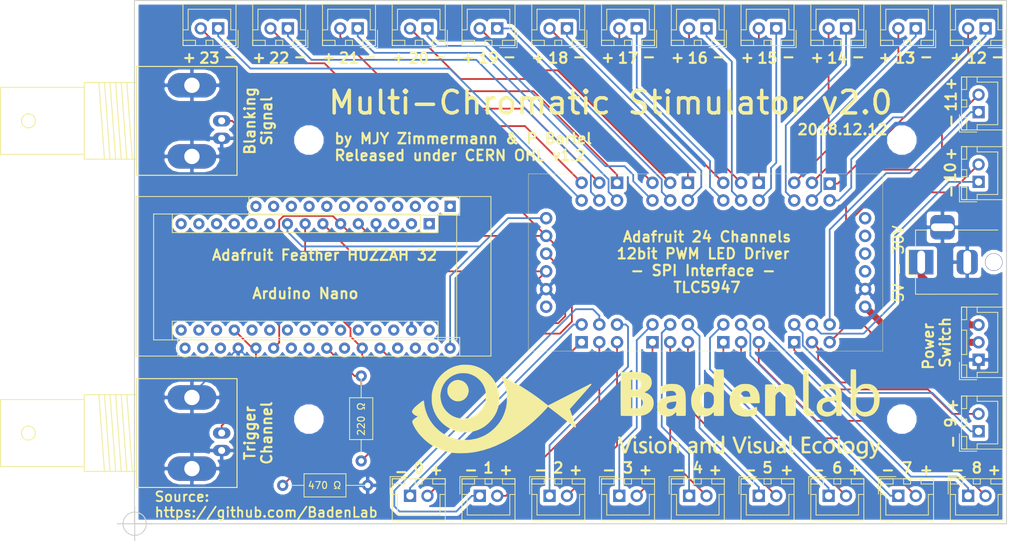
<source format=kicad_pcb>
(kicad_pcb (version 20171130) (host pcbnew "(5.0.0)")
  (layers (0 F.Cu signal) (31 B.Cu signal hide) (34 B.Paste user) (35 F.Paste user) (36 B.SilkS user) (37 F.SilkS user) (38 B.Mask user) (39 F.Mask user) (44 Edge.Cuts user))
  (net 0 "")
  (net 1 "Net-(A1-Pad17)")
  (net 2 "Net-(A1-Pad19)")
  (net 3 GNDREF)
  (net 4 "Net-(A1-Pad21)")
  (net 5 "Net-(A1-Pad22)")
  (net 6 "Net-(A1-Pad23)")
  (net 7 "Net-(A1-Pad24)")
  (net 8 "Net-(A1-Pad25)")
  (net 9 "Net-(A1-Pad26)")
  (net 10 "Net-(A1-Pad27)")
  (net 11 "Net-(A1-Pad28)")
  (net 12 "Net-(A1-Pad30)")
  (net 13 "Net-(A1-Pad16)")
  (net 14 "Net-(J1-Pad1)")
  (net 15 "Net-(J2-Pad1)")
  (net 16 "Net-(J3-Pad1)")
  (net 17 "Net-(J4-Pad1)")
  (net 18 "Net-(J5-Pad1)")
  (net 19 "Net-(J6-Pad1)")
  (net 20 "Net-(J7-Pad1)")
  (net 21 "Net-(J8-Pad1)")
  (net 22 "Net-(J9-Pad1)")
  (net 23 "Net-(J10-Pad1)")
  (net 24 "Net-(J11-Pad1)")
  (net 25 "Net-(J12-Pad1)")
  (net 26 "Net-(J13-Pad1)")
  (net 27 "Net-(J14-Pad1)")
  (net 28 "Net-(J15-Pad1)")
  (net 29 "Net-(J16-Pad1)")
  (net 30 "Net-(J17-Pad1)")
  (net 31 "Net-(J18-Pad1)")
  (net 32 "Net-(J19-Pad1)")
  (net 33 "Net-(J20-Pad1)")
  (net 34 "Net-(J21-Pad1)")
  (net 35 "Net-(J22-Pad1)")
  (net 36 "Net-(J23-Pad1)")
  (net 37 "Net-(J24-Pad1)")
  (net 38 "Net-(J25-Pad1)")
  (module Maxime:JST_XH_B02B-XH-A_02x2.50mm_Straight (layer F.Cu) (at 72 49 180)
    (fp_text reference "" (at -3.81 3.048 270) (layer F.SilkS))
    (fp_text value "" (at 2.772 -3.471 180) (layer F.SilkS))
    (pad 2 thru_hole circle (at 2.5 0 180) (size 1.75 1.75) (drill 1.05) (layers *.Cu *.Mask) (net 38 "Net-(J25-Pad1)"))
    (pad 1 thru_hole rect (at 0 0 180) (size 1.75 1.75) (drill 1.05) (layers *.Cu *.Mask) (net 37 "Net-(J24-Pad1)"))
  )
  (module Maxime:JST_XH_B02B-XH-A_02x2.50mm_Straight (layer F.Cu) (at 82 49 180)
    (fp_text reference "" (at -3.81 3.048 270) (layer F.SilkS))
    (fp_text value "" (at 2.772 -3.471 180) (layer F.SilkS))
    (pad 2 thru_hole circle (at 2.5 0 180) (size 1.75 1.75) (drill 1.05) (layers *.Cu *.Mask) (net 38 "Net-(J25-Pad1)"))
    (pad 1 thru_hole rect (at 0 0 180) (size 1.75 1.75) (drill 1.05) (layers *.Cu *.Mask) (net 36 "Net-(J23-Pad1)"))
  )
  (module Maxime:JST_XH_B02B-XH-A_02x2.50mm_Straight (layer F.Cu) (at 92 49 180)
    (fp_text reference "" (at -3.81 3.048 270) (layer F.SilkS))
    (fp_text value "" (at 2.772 -3.471 180) (layer F.SilkS))
    (pad 2 thru_hole circle (at 2.5 0 180) (size 1.75 1.75) (drill 1.05) (layers *.Cu *.Mask) (net 38 "Net-(J25-Pad1)"))
    (pad 1 thru_hole rect (at 0 0 180) (size 1.75 1.75) (drill 1.05) (layers *.Cu *.Mask) (net 35 "Net-(J22-Pad1)"))
  )
  (module Maxime:JST_XH_B02B-XH-A_02x2.50mm_Straight (layer F.Cu) (at 102 49 180)
    (fp_text reference "" (at -3.81 3.048 270) (layer F.SilkS))
    (fp_text value "" (at 2.772 -3.471 180) (layer F.SilkS))
    (pad 2 thru_hole circle (at 2.5 0 180) (size 1.75 1.75) (drill 1.05) (layers *.Cu *.Mask) (net 38 "Net-(J25-Pad1)"))
    (pad 1 thru_hole rect (at 0 0 180) (size 1.75 1.75) (drill 1.05) (layers *.Cu *.Mask) (net 34 "Net-(J21-Pad1)"))
  )
  (module Maxime:JST_XH_B02B-XH-A_02x2.50mm_Straight (layer F.Cu) (at 112 49 180)
    (fp_text reference "" (at -3.81 3.048 270) (layer F.SilkS))
    (fp_text value "" (at 2.772 -3.471 180) (layer F.SilkS))
    (pad 2 thru_hole circle (at 2.5 0 180) (size 1.75 1.75) (drill 1.05) (layers *.Cu *.Mask) (net 38 "Net-(J25-Pad1)"))
    (pad 1 thru_hole rect (at 0 0 180) (size 1.75 1.75) (drill 1.05) (layers *.Cu *.Mask) (net 33 "Net-(J20-Pad1)"))
  )
  (module Maxime:JST_XH_B02B-XH-A_02x2.50mm_Straight (layer F.Cu) (at 122 49 180)
    (fp_text reference "" (at -3.81 3.048 270) (layer F.SilkS))
    (fp_text value "" (at 2.772 -3.471 180) (layer F.SilkS))
    (pad 2 thru_hole circle (at 2.5 0 180) (size 1.75 1.75) (drill 1.05) (layers *.Cu *.Mask) (net 38 "Net-(J25-Pad1)"))
    (pad 1 thru_hole rect (at 0 0 180) (size 1.75 1.75) (drill 1.05) (layers *.Cu *.Mask) (net 32 "Net-(J19-Pad1)"))
  )
  (module Maxime:JST_XH_B02B-XH-A_02x2.50mm_Straight (layer F.Cu) (at 132 49 180)
    (fp_text reference "" (at -3.81 3.048 270) (layer F.SilkS))
    (fp_text value "" (at 2.772 -3.471 180) (layer F.SilkS))
    (pad 2 thru_hole circle (at 2.5 0 180) (size 1.75 1.75) (drill 1.05) (layers *.Cu *.Mask) (net 38 "Net-(J25-Pad1)"))
    (pad 1 thru_hole rect (at 0 0 180) (size 1.75 1.75) (drill 1.05) (layers *.Cu *.Mask) (net 31 "Net-(J18-Pad1)"))
  )
  (module Maxime:JST_XH_B02B-XH-A_02x2.50mm_Straight (layer F.Cu) (at 142 49 180)
    (fp_text reference "" (at -3.81 3.048 270) (layer F.SilkS))
    (fp_text value "" (at 2.772 -3.471 180) (layer F.SilkS))
    (pad 2 thru_hole circle (at 2.5 0 180) (size 1.75 1.75) (drill 1.05) (layers *.Cu *.Mask) (net 38 "Net-(J25-Pad1)"))
    (pad 1 thru_hole rect (at 0 0 180) (size 1.75 1.75) (drill 1.05) (layers *.Cu *.Mask) (net 30 "Net-(J17-Pad1)"))
  )
  (module Maxime:JST_XH_B02B-XH-A_02x2.50mm_Straight (layer F.Cu) (at 152 49 180)
    (fp_text reference "" (at -3.81 3.048 270) (layer F.SilkS))
    (fp_text value "" (at 2.772 -3.471 180) (layer F.SilkS))
    (pad 2 thru_hole circle (at 2.5 0 180) (size 1.75 1.75) (drill 1.05) (layers *.Cu *.Mask) (net 38 "Net-(J25-Pad1)"))
    (pad 1 thru_hole rect (at 0 0 180) (size 1.75 1.75) (drill 1.05) (layers *.Cu *.Mask) (net 29 "Net-(J16-Pad1)"))
  )
  (module Maxime:JST_XH_B02B-XH-A_02x2.50mm_Straight (layer F.Cu) (at 162 49 180)
    (fp_text reference "" (at -3.81 3.048 270) (layer F.SilkS))
    (fp_text value "" (at 2.772 -3.471 180) (layer F.SilkS))
    (pad 2 thru_hole circle (at 2.5 0 180) (size 1.75 1.75) (drill 1.05) (layers *.Cu *.Mask) (net 38 "Net-(J25-Pad1)"))
    (pad 1 thru_hole rect (at 0 0 180) (size 1.75 1.75) (drill 1.05) (layers *.Cu *.Mask) (net 28 "Net-(J15-Pad1)"))
  )
  (module Maxime:JST_XH_B02B-XH-A_02x2.50mm_Straight (layer F.Cu) (at 172 49 180)
    (fp_text reference "" (at -3.81 3.048 270) (layer F.SilkS))
    (fp_text value "" (at 2.772 -3.471 180) (layer F.SilkS))
    (pad 2 thru_hole circle (at 2.5 0 180) (size 1.75 1.75) (drill 1.05) (layers *.Cu *.Mask) (net 38 "Net-(J25-Pad1)"))
    (pad 1 thru_hole rect (at 0 0 180) (size 1.75 1.75) (drill 1.05) (layers *.Cu *.Mask) (net 27 "Net-(J14-Pad1)"))
  )
  (module Maxime:JST_XH_B02B-XH-A_02x2.50mm_Straight (layer F.Cu) (at 182 49 180)
    (fp_text reference "" (at -3.81 3.048 270) (layer F.SilkS))
    (fp_text value "" (at 2.772 -3.471 180) (layer F.SilkS))
    (pad 2 thru_hole circle (at 2.5 0 180) (size 1.75 1.75) (drill 1.05) (layers *.Cu *.Mask) (net 38 "Net-(J25-Pad1)"))
    (pad 1 thru_hole rect (at 0 0 180) (size 1.75 1.75) (drill 1.05) (layers *.Cu *.Mask) (net 26 "Net-(J13-Pad1)"))
  )
  (module Maxime:JST_XH_B02B-XH-A_02x2.50mm_Straight (layer F.Cu) (at 181 61 90)
    (fp_text reference "" (at -3.81 3.048 180) (layer F.SilkS))
    (fp_text value "" (at 2.772 -3.471 90) (layer F.SilkS))
    (pad 1 thru_hole rect (at 0 0 90) (size 1.75 1.75) (drill 1.05) (layers *.Cu *.Mask) (net 25 "Net-(J12-Pad1)"))
    (pad 2 thru_hole circle (at 2.5 0 90) (size 1.75 1.75) (drill 1.05) (layers *.Cu *.Mask) (net 38 "Net-(J25-Pad1)"))
  )
  (module Maxime:JST_XH_B02B-XH-A_02x2.50mm_Straight (layer F.Cu) (at 181 71 90)
    (fp_text reference "" (at -3.81 3.048 180) (layer F.SilkS))
    (fp_text value "" (at 2.772 -3.471 90) (layer F.SilkS))
    (pad 1 thru_hole rect (at 0 0 90) (size 1.75 1.75) (drill 1.05) (layers *.Cu *.Mask) (net 24 "Net-(J11-Pad1)"))
    (pad 2 thru_hole circle (at 2.5 0 90) (size 1.75 1.75) (drill 1.05) (layers *.Cu *.Mask) (net 38 "Net-(J25-Pad1)"))
  )
  (module Maxime:JST_XH_B02B-XH-A_02x2.50mm_Straight (layer F.Cu) (at 181 106.75 90)
    (fp_text reference "" (at -3.81 3.048 180) (layer F.SilkS))
    (fp_text value "" (at 2.772 -3.471 90) (layer F.SilkS))
    (pad 1 thru_hole rect (at 0 0 90) (size 1.75 1.75) (drill 1.05) (layers *.Cu *.Mask) (net 23 "Net-(J10-Pad1)"))
    (pad 2 thru_hole circle (at 2.5 0 90) (size 1.75 1.75) (drill 1.05) (layers *.Cu *.Mask) (net 38 "Net-(J25-Pad1)"))
  )
  (module Maxime:JST_XH_B02B-XH-A_02x2.50mm_Straight (layer F.Cu) (at 179.5 116)
    (fp_text reference "" (at -3.81 3.048 90) (layer F.SilkS))
    (fp_text value "" (at 2.772 -3.471) (layer F.SilkS))
    (pad 2 thru_hole circle (at 2.5 0) (size 1.75 1.75) (drill 1.05) (layers *.Cu *.Mask) (net 38 "Net-(J25-Pad1)"))
    (pad 1 thru_hole rect (at 0 0) (size 1.75 1.75) (drill 1.05) (layers *.Cu *.Mask) (net 22 "Net-(J9-Pad1)"))
  )
  (module Maxime:JST_XH_B02B-XH-A_02x2.50mm_Straight (layer F.Cu) (at 169.5 116)
    (fp_text reference "" (at -3.81 3.048 90) (layer F.SilkS))
    (fp_text value "" (at 2.772 -3.471) (layer F.SilkS))
    (pad 2 thru_hole circle (at 2.5 0) (size 1.75 1.75) (drill 1.05) (layers *.Cu *.Mask) (net 38 "Net-(J25-Pad1)"))
    (pad 1 thru_hole rect (at 0 0) (size 1.75 1.75) (drill 1.05) (layers *.Cu *.Mask) (net 21 "Net-(J8-Pad1)"))
  )
  (module Maxime:JST_XH_B02B-XH-A_02x2.50mm_Straight (layer F.Cu) (at 159.5 116)
    (fp_text reference "" (at -3.81 3.048 90) (layer F.SilkS))
    (fp_text value "" (at 2.772 -3.471) (layer F.SilkS))
    (pad 2 thru_hole circle (at 2.5 0) (size 1.75 1.75) (drill 1.05) (layers *.Cu *.Mask) (net 38 "Net-(J25-Pad1)"))
    (pad 1 thru_hole rect (at 0 0) (size 1.75 1.75) (drill 1.05) (layers *.Cu *.Mask) (net 20 "Net-(J7-Pad1)"))
  )
  (module Maxime:JST_XH_B02B-XH-A_02x2.50mm_Straight (layer F.Cu) (at 149.5 116)
    (fp_text reference "" (at -3.81 3.048 90) (layer F.SilkS))
    (fp_text value "" (at 2.772 -3.471) (layer F.SilkS))
    (pad 2 thru_hole circle (at 2.5 0) (size 1.75 1.75) (drill 1.05) (layers *.Cu *.Mask) (net 38 "Net-(J25-Pad1)"))
    (pad 1 thru_hole rect (at 0 0) (size 1.75 1.75) (drill 1.05) (layers *.Cu *.Mask) (net 19 "Net-(J6-Pad1)"))
  )
  (module Maxime:JST_XH_B02B-XH-A_02x2.50mm_Straight (layer F.Cu) (at 139.5 116)
    (fp_text reference "" (at -3.81 3.048 90) (layer F.SilkS))
    (fp_text value "" (at 2.772 -3.471) (layer F.SilkS))
    (pad 2 thru_hole circle (at 2.5 0) (size 1.75 1.75) (drill 1.05) (layers *.Cu *.Mask) (net 38 "Net-(J25-Pad1)"))
    (pad 1 thru_hole rect (at 0 0) (size 1.75 1.75) (drill 1.05) (layers *.Cu *.Mask) (net 18 "Net-(J5-Pad1)"))
  )
  (module Maxime:JST_XH_B02B-XH-A_02x2.50mm_Straight (layer F.Cu) (at 129.5 116)
    (fp_text reference "" (at -3.81 3.048 90) (layer F.SilkS))
    (fp_text value "" (at 2.772 -3.471) (layer F.SilkS))
    (pad 2 thru_hole circle (at 2.5 0) (size 1.75 1.75) (drill 1.05) (layers *.Cu *.Mask) (net 38 "Net-(J25-Pad1)"))
    (pad 1 thru_hole rect (at 0 0) (size 1.75 1.75) (drill 1.05) (layers *.Cu *.Mask) (net 17 "Net-(J4-Pad1)"))
  )
  (module Maxime:JST_XH_B02B-XH-A_02x2.50mm_Straight (layer F.Cu) (at 119.5 116)
    (fp_text reference "" (at -3.81 3.048 90) (layer F.SilkS))
    (fp_text value "" (at 2.772 -3.471) (layer F.SilkS))
    (pad 2 thru_hole circle (at 2.5 0) (size 1.75 1.75) (drill 1.05) (layers *.Cu *.Mask) (net 38 "Net-(J25-Pad1)"))
    (pad 1 thru_hole rect (at 0 0) (size 1.75 1.75) (drill 1.05) (layers *.Cu *.Mask) (net 16 "Net-(J3-Pad1)"))
  )
  (module Maxime:JST_XH_B02B-XH-A_02x2.50mm_Straight (layer F.Cu) (at 109.5 116)
    (fp_text reference "" (at -3.81 3.048 90) (layer F.SilkS))
    (fp_text value "" (at 2.772 -3.471) (layer F.SilkS))
    (pad 2 thru_hole circle (at 2.5 0) (size 1.75 1.75) (drill 1.05) (layers *.Cu *.Mask) (net 38 "Net-(J25-Pad1)"))
    (pad 1 thru_hole rect (at 0 0) (size 1.75 1.75) (drill 1.05) (layers *.Cu *.Mask) (net 15 "Net-(J2-Pad1)"))
  )
  (module "Maxime:new_logo 1000" (layer F.Cu) (at 133.75 104.5)
    (fp_text reference "" hide)
    (fp_text value "" hide)
  )
  (module Maxime:JST_XH_B02B-XH-A_02x2.50mm_Straight (layer F.Cu) (at 99.5 116)
    (fp_text reference "" (at -3.81 3.048 90) (layer F.SilkS))
    (fp_text value "" (at 2.772 -3.471) (layer F.SilkS))
    (pad 1 thru_hole rect (at 0 0) (size 1.75 1.75) (drill 1.05) (layers *.Cu *.Mask) (net 14 "Net-(J1-Pad1)"))
    (pad 2 thru_hole circle (at 2.5 0) (size 1.75 1.75) (drill 1.05) (layers *.Cu *.Mask) (net 38 "Net-(J25-Pad1)"))
  )
  (module Maxime:R_Axial_DIN0309_L9.0mm_D3.2mm_P15.24mm_Horizontal (layer F.Cu) (at 81.25 114.5)
    (fp_text reference "" (at 11.43 -2.54) (layer F.SilkS))
    (fp_text value "470 Ω" (at 6 0) (layer F.SilkS))
    (pad 2 thru_hole oval (at 12.18 0) (size 1.6 1.6) (drill 0.8) (layers *.Cu *.Mask) (net 3 GNDREF))
    (pad 1 thru_hole circle (at 0 0) (size 1.6 1.6) (drill 0.8) (layers *.Cu *.Mask) (net 6 "Net-(A1-Pad23)"))
  )
  (module "Maxime:Adafruit Huzzah 32" (layer F.Cu) (at 63.75 73 270)
    (fp_text reference "" (at 9.12 -48.49 270) (layer F.SilkS))
    (fp_text value "" (at 10.15 -24.285) (layer F.SilkS))
    (pad SDA/23 thru_hole rect (at 1.5 -41.5 270) (size 1.6 1.6) (drill 0.8) (layers *.Cu *.Mask))
    (pad NC thru_hole oval (at 21.83 -8.58 270) (size 1.6 1.6) (drill 0.8) (layers *.Cu *.Mask) (net 1 "Net-(A1-Pad17)"))
    (pad SCL/22 thru_hole oval (at 1.5 -39.06 270) (size 1.6 1.6) (drill 0.8) (layers *.Cu *.Mask))
    (pad 18 thru_hole oval (at 21.83 -11.12 270) (size 1.6 1.6) (drill 0.8) (layers *.Cu *.Mask) (net 3 GNDREF))
    (pad 14/A6 thru_hole oval (at 1.5 -36.52 270) (size 1.6 1.6) (drill 0.8) (layers *.Cu *.Mask))
    (pad A0/26 thru_hole oval (at 21.83 -13.66 270) (size 1.6 1.6) (drill 0.8) (layers *.Cu *.Mask) (net 2 "Net-(A1-Pad19)"))
    (pad 32/A7 thru_hole oval (at 1.5 -33.98 270) (size 1.6 1.6) (drill 0.8) (layers *.Cu *.Mask))
    (pad A1/25 thru_hole oval (at 21.83 -16.2 270) (size 1.6 1.6) (drill 0.8) (layers *.Cu *.Mask) (net 6 "Net-(A1-Pad23)"))
    (pad 15/A8 thru_hole oval (at 1.5 -31.44 270) (size 1.6 1.6) (drill 0.8) (layers *.Cu *.Mask))
    (pad A2/34 thru_hole oval (at 21.83 -18.74 270) (size 1.6 1.6) (drill 0.8) (layers *.Cu *.Mask) (net 4 "Net-(A1-Pad21)"))
    (pad 33/A9 thru_hole oval (at 1.5 -28.9 270) (size 1.6 1.6) (drill 0.8) (layers *.Cu *.Mask))
    (pad A3/39 thru_hole oval (at 21.83 -21.28 270) (size 1.6 1.6) (drill 0.8) (layers *.Cu *.Mask) (net 5 "Net-(A1-Pad22)"))
    (pad 27/A10 thru_hole oval (at 1.5 -26.36 270) (size 1.6 1.6) (drill 0.8) (layers *.Cu *.Mask))
    (pad A4/36 thru_hole oval (at 21.83 -23.82 270) (size 1.6 1.6) (drill 0.8) (layers *.Cu *.Mask) (net 6 "Net-(A1-Pad23)"))
    (pad 12/A11 thru_hole oval (at 1.5 -23.82 270) (size 1.6 1.6) (drill 0.8) (layers *.Cu *.Mask))
    (pad A5/4 thru_hole oval (at 21.83 -26.36 270) (size 1.6 1.6) (drill 0.8) (layers *.Cu *.Mask) (net 7 "Net-(A1-Pad24)"))
    (pad 13/A12 thru_hole oval (at 1.5 -21.28 270) (size 1.6 1.6) (drill 0.8) (layers *.Cu *.Mask))
    (pad SCK/5 thru_hole oval (at 21.83 -28.9 270) (size 1.6 1.6) (drill 0.8) (layers *.Cu *.Mask) (net 8 "Net-(A1-Pad25)"))
    (pad USB thru_hole oval (at 1.5 -18.74 270) (size 1.6 1.6) (drill 0.8) (layers *.Cu *.Mask))
    (pad MOSI/18 thru_hole oval (at 21.83 -31.44 270) (size 1.6 1.6) (drill 0.8) (layers *.Cu *.Mask) (net 9 "Net-(A1-Pad26)"))
    (pad En thru_hole oval (at 1.5 -16.2 270) (size 1.6 1.6) (drill 0.8) (layers *.Cu *.Mask))
    (pad MISO/19 thru_hole oval (at 21.83 -33.98 270) (size 1.6 1.6) (drill 0.8) (layers *.Cu *.Mask) (net 10 "Net-(A1-Pad27)"))
    (pad BAT thru_hole oval (at 1.5 -13.66 270) (size 1.6 1.6) (drill 0.8) (layers *.Cu *.Mask))
    (pad RX/16 thru_hole oval (at 21.83 -36.52 270) (size 1.6 1.6) (drill 0.8) (layers *.Cu *.Mask) (net 11 "Net-(A1-Pad28)"))
    (pad TX/17 thru_hole oval (at 21.83 -39.06 270) (size 1.6 1.6) (drill 0.8) (layers *.Cu *.Mask))
    (pad 21 thru_hole oval (at 21.83 -41.5 270) (size 1.6 1.6) (drill 0.8) (layers *.Cu *.Mask) (net 12 "Net-(A1-Pad30)"))
    (pad 3V thru_hole oval (at 21.83 -6.04 270) (size 1.6 1.6) (drill 0.8) (layers *.Cu *.Mask) (net 13 "Net-(A1-Pad16)"))
    (pad RST thru_hole oval (at 21.83 -3.5 270) (size 1.6 1.6) (drill 0.8) (layers *.Cu *.Mask))
  )
  (module MountingHole:MountingHole_3.2mm_M3_DIN965 (layer F.Cu) (at 85 65)
    (fp_text reference "" (at 0 -3.8) (layer F.SilkS))
    (fp_text value "")
    (pad 1 np_thru_hole circle (at 0 0) (size 3.2 3.2) (drill 3.2) (layers *.Cu *.Mask))
  )
  (module MountingHole:MountingHole_3.2mm_M3_DIN965 (layer F.Cu) (at 85 105)
    (fp_text reference "" (at 0 -3.8) (layer F.SilkS))
    (fp_text value "")
    (pad 1 np_thru_hole circle (at 0 0) (size 3.2 3.2) (drill 3.2) (layers *.Cu *.Mask))
  )
  (module MountingHole:MountingHole_3.2mm_M3_DIN965 (layer F.Cu) (at 170 105 90)
    (fp_text reference "" (at 0 -3.8 90) (layer F.SilkS))
    (fp_text value "")
    (pad 1 np_thru_hole circle (at 0 0 90) (size 3.2 3.2) (drill 3.2) (layers *.Cu *.Mask))
  )
  (module Maxime:Maxi_TLC5947 (layer F.Cu) (at 141.875 82.55 90)
    (fp_text reference "")
    (fp_text value "")
    (pad 25 thru_hole circle (at 8.89 -7.62 90) (size 1.778 1.778) (drill 1) (layers *.Cu *.Mask) (net 34 "Net-(J21-Pad1)"))
    (pad "" thru_hole circle (at 11.43 -7.62 90) (size 1.778 1.778) (drill 1) (layers *.Cu *.Mask) (net 38 "Net-(J25-Pad1)"))
    (pad 26 thru_hole circle (at 8.89 -12.7 90) (size 1.778 1.778) (drill 1) (layers *.Cu *.Mask) (net 35 "Net-(J22-Pad1)"))
    (pad "" thru_hole circle (at 11.43 -15.24 90) (size 1.778 1.778) (drill 1) (layers *.Cu *.Mask) (net 38 "Net-(J25-Pad1)"))
    (pad 27 thru_hole circle (at 8.89 -15.24 90) (size 1.778 1.778) (drill 1) (layers *.Cu *.Mask) (net 36 "Net-(J23-Pad1)"))
    (pad "" thru_hole circle (at 11.43 -17.78 90) (size 1.778 1.778) (drill 1) (layers *.Cu *.Mask) (net 38 "Net-(J25-Pad1)"))
    (pad 28 thru_hole circle (at 8.89 -17.78 90) (size 1.778 1.778) (drill 1) (layers *.Cu *.Mask) (net 37 "Net-(J24-Pad1)"))
    (pad "" thru_hole circle (at 11.43 -5.08 90) (size 1.778 1.778) (drill 1) (layers *.Cu *.Mask) (net 38 "Net-(J25-Pad1)"))
    (pad 24 thru_hole circle (at 8.89 -5.08 90) (size 1.778 1.778) (drill 1) (layers *.Cu *.Mask) (net 33 "Net-(J20-Pad1)"))
    (pad 23 thru_hole circle (at 8.89 -2.54 90) (size 1.778 1.778) (drill 1) (layers *.Cu *.Mask) (net 32 "Net-(J19-Pad1)"))
    (pad "" thru_hole circle (at 11.43 5.08 90) (size 1.778 1.778) (drill 1) (layers *.Cu *.Mask) (net 38 "Net-(J25-Pad1)"))
    (pad "" thru_hole circle (at 11.43 2.54 90) (size 1.778 1.778) (drill 1) (layers *.Cu *.Mask) (net 38 "Net-(J25-Pad1)"))
    (pad 22 thru_hole circle (at 8.89 2.54 90) (size 1.778 1.778) (drill 1) (layers *.Cu *.Mask) (net 31 "Net-(J18-Pad1)"))
    (pad 21 thru_hole circle (at 8.89 5.08 90) (size 1.778 1.778) (drill 1) (layers *.Cu *.Mask) (net 30 "Net-(J17-Pad1)"))
    (pad 20 thru_hole circle (at 8.89 7.62 90) (size 1.778 1.778) (drill 1) (layers *.Cu *.Mask) (net 29 "Net-(J16-Pad1)"))
    (pad 19 thru_hole circle (at 8.89 12.7 90) (size 1.778 1.778) (drill 1) (layers *.Cu *.Mask) (net 28 "Net-(J15-Pad1)"))
    (pad "" thru_hole circle (at 11.43 12.7 90) (size 1.778 1.778) (drill 1) (layers *.Cu *.Mask) (net 38 "Net-(J25-Pad1)"))
    (pad "" thru_hole circle (at 11.43 15.24 90) (size 1.778 1.778) (drill 1) (layers *.Cu *.Mask) (net 38 "Net-(J25-Pad1)"))
    (pad 18 thru_hole circle (at 8.89 15.24 90) (size 1.778 1.778) (drill 1) (layers *.Cu *.Mask) (net 27 "Net-(J14-Pad1)"))
    (pad 17 thru_hole circle (at 8.89 17.78 90) (size 1.778 1.778) (drill 1) (layers *.Cu *.Mask) (net 26 "Net-(J13-Pad1)"))
    (pad 16 thru_hole circle (at -8.89 17.78 90) (size 1.778 1.778) (drill 1) (layers *.Cu *.Mask) (net 25 "Net-(J12-Pad1)"))
    (pad "" thru_hole circle (at -11.43 17.78 90) (size 1.778 1.778) (drill 1) (layers *.Cu *.Mask) (net 38 "Net-(J25-Pad1)"))
    (pad "" thru_hole circle (at -11.43 15.24 90) (size 1.778 1.778) (drill 1) (layers *.Cu *.Mask) (net 38 "Net-(J25-Pad1)"))
    (pad 15 thru_hole circle (at -8.89 15.24 90) (size 1.778 1.778) (drill 1) (layers *.Cu *.Mask) (net 24 "Net-(J11-Pad1)"))
    (pad 14 thru_hole circle (at -8.89 12.7 90) (size 1.778 1.778) (drill 1) (layers *.Cu *.Mask) (net 23 "Net-(J10-Pad1)"))
    (pad "" thru_hole circle (at -11.43 7.62 90) (size 1.778 1.778) (drill 1) (layers *.Cu *.Mask) (net 38 "Net-(J25-Pad1)"))
    (pad "" thru_hole circle (at -11.43 5.08 90) (size 1.778 1.778) (drill 1) (layers *.Cu *.Mask) (net 38 "Net-(J25-Pad1)"))
    (pad 13 thru_hole circle (at -8.89 7.62 90) (size 1.778 1.778) (drill 1) (layers *.Cu *.Mask) (net 22 "Net-(J9-Pad1)"))
    (pad 12 thru_hole circle (at -8.89 5.08 90) (size 1.778 1.778) (drill 1) (layers *.Cu *.Mask) (net 21 "Net-(J8-Pad1)"))
    (pad 11 thru_hole circle (at -8.89 2.54 90) (size 1.778 1.778) (drill 1) (layers *.Cu *.Mask) (net 20 "Net-(J7-Pad1)"))
    (pad "" thru_hole rect (at 11.43 -12.7 90) (size 1.778 1.778) (drill 1) (layers *.Cu *.Mask) (net 38 "Net-(J25-Pad1)"))
    (pad "" thru_hole rect (at 11.43 -2.54 90) (size 1.778 1.778) (drill 1) (layers *.Cu *.Mask) (net 38 "Net-(J25-Pad1)"))
    (pad "" thru_hole rect (at 11.43 7.62 90) (size 1.778 1.778) (drill 1) (layers *.Cu *.Mask) (net 38 "Net-(J25-Pad1)"))
    (pad "" thru_hole rect (at 11.3 17.78 90) (size 1.778 1.778) (drill 1) (layers *.Cu *.Mask) (net 38 "Net-(J25-Pad1)"))
    (pad "" thru_hole rect (at -11.43 12.7 90) (size 1.778 1.778) (drill 1) (layers *.Cu *.Mask) (net 38 "Net-(J25-Pad1)"))
    (pad "" thru_hole rect (at -11.43 2.54 90) (size 1.778 1.778) (drill 1) (layers *.Cu *.Mask) (net 38 "Net-(J25-Pad1)"))
    (pad "" thru_hole circle (at -11.43 -2.54 90) (size 1.778 1.778) (drill 1) (layers *.Cu *.Mask) (net 38 "Net-(J25-Pad1)"))
    (pad "" thru_hole circle (at -11.43 -5.08 90) (size 1.778 1.778) (drill 1) (layers *.Cu *.Mask) (net 38 "Net-(J25-Pad1)"))
    (pad "" thru_hole rect (at -11.43 -7.62 90) (size 1.778 1.778) (drill 1) (layers *.Cu *.Mask) (net 38 "Net-(J25-Pad1)"))
    (pad 10 thru_hole circle (at -8.89 -2.54 90) (size 1.778 1.778) (drill 1) (layers *.Cu *.Mask) (net 19 "Net-(J6-Pad1)"))
    (pad 9 thru_hole circle (at -8.89 -5.08 90) (size 1.778 1.778) (drill 1) (layers *.Cu *.Mask) (net 18 "Net-(J5-Pad1)"))
    (pad 8 thru_hole circle (at -8.89 -7.62 90) (size 1.778 1.778) (drill 1) (layers *.Cu *.Mask) (net 17 "Net-(J4-Pad1)"))
    (pad "" thru_hole circle (at -11.43 -12.7 90) (size 1.778 1.778) (drill 1) (layers *.Cu *.Mask) (net 38 "Net-(J25-Pad1)"))
    (pad "" thru_hole circle (at -11.43 -15.24 90) (size 1.778 1.778) (drill 1) (layers *.Cu *.Mask) (net 38 "Net-(J25-Pad1)"))
    (pad "" thru_hole rect (at -11.43 -17.78 90) (size 1.778 1.778) (drill 1) (layers *.Cu *.Mask) (net 38 "Net-(J25-Pad1)"))
    (pad 7 thru_hole circle (at -8.89 -12.7 90) (size 1.778 1.778) (drill 1) (layers *.Cu *.Mask) (net 16 "Net-(J3-Pad1)"))
    (pad 6 thru_hole circle (at -8.89 -15.24 90) (size 1.778 1.778) (drill 1) (layers *.Cu *.Mask) (net 15 "Net-(J2-Pad1)"))
    (pad 5 thru_hole circle (at -8.89 -17.78 90) (size 1.778 1.778) (drill 1) (layers *.Cu *.Mask) (net 14 "Net-(J1-Pad1)"))
    (pad 30 thru_hole circle (at 6.35 -22.86 270) (size 1.778 1.778) (drill 1.016) (layers *.Cu *.Mask) (net 12 "Net-(A1-Pad30)"))
    (pad 2 thru_hole circle (at 3.81 -22.86 180) (size 1.778 1.778) (drill 1.016) (layers *.Cu *.Mask) (net 6 "Net-(A1-Pad23)"))
    (pad 3 thru_hole circle (at 1.27 -22.86 180) (size 1.778 1.778) (drill 1.016) (layers *.Cu *.Mask) (net 8 "Net-(A1-Pad25)"))
    (pad 4 thru_hole circle (at -1.27 -22.86 180) (size 1.778 1.778) (drill 1.016) (layers *.Cu *.Mask) (net 9 "Net-(A1-Pad26)"))
    (pad 1 thru_hole circle (at -3.82 -22.86 180) (size 1.778 1.778) (drill 1.016) (layers *.Cu *.Mask) (net 3 GNDREF))
    (pad 32 thru_hole circle (at -6.34 -22.86 180) (size 1.778 1.778) (drill 1.016) (layers *.Cu *.Mask) (net 38 "Net-(J25-Pad1)"))
    (pad 32 thru_hole circle (at -6.35 22.86 180) (size 1.778 1.778) (drill 1.016) (layers *.Cu *.Mask) (net 38 "Net-(J25-Pad1)"))
    (pad "" thru_hole circle (at -3.81 22.86 180) (size 1.778 1.778) (drill 1.016) (layers *.Cu *.Mask) (net 3 GNDREF))
    (pad "" thru_hole circle (at -1.27 22.86 180) (size 1.778 1.778) (drill 1.016) (layers *.Cu *.Mask))
    (pad "" thru_hole circle (at 1.27 22.86 180) (size 1.778 1.778) (drill 1.016) (layers *.Cu *.Mask))
    (pad "" thru_hole circle (at 3.81 22.86 180) (size 1.778 1.778) (drill 1.016) (layers *.Cu *.Mask))
    (pad "" thru_hole circle (at 6.35 22.86 180) (size 1.778 1.778) (drill 1.016) (layers *.Cu *.Mask))
  )
  (module Maxime:BNC_Socket_TYCO-AMP_LargePads (layer F.Cu) (at 67.5 62.25 90)
    (fp_text reference "" (at 0.508 9.652 90) (layer F.SilkS))
    (fp_text value "" (at -5.5 -6 90) (layer F.SilkS))
    (pad 2 thru_hole oval (at -2.49936 5.00126 90) (size 1.6002 2.49936) (drill 1.00076) (layers *.Cu *.Mask) (net 3 GNDREF))
    (pad 1 thru_hole oval (at 0 5.00126 90) (size 1.6002 2.49936) (drill 1.00076) (layers *.Cu *.Mask) (net 6 "Net-(A1-Pad23)"))
    (pad 2 thru_hole oval (at 5.10032 0.7366 90) (size 3.50012 7.00024) (drill 2.19964) (layers *.Cu *.Mask) (net 3 GNDREF))
    (pad 2 thru_hole oval (at -5.09778 0.7366 90) (size 3.50012 7.00024) (drill 2.19964) (layers *.Cu *.Mask) (net 3 GNDREF))
  )
  (module Maxime:BarrelJack_Horizontal_maxime (layer F.Cu) (at 187.275 82.5 180)
    (fp_text reference J2 hide)
    (fp_text value "5V - 30V" (at 17.775 -0.25 90) (layer F.SilkS) (effects (font (size 1.5 1.5) (thickness 0.25))))
    (pad 4 thru_hole circle (at 4.1 0 180) (size 2.5 2.5) (drill 2.4) (layers *.Cu *.Mask))
    (pad 1 thru_hole rect (at 14.5 0 180) (size 3.5 3.5) (drill oval 1.1 3.3) (layers *.Cu *.Mask) (net 38 "Net-(J25-Pad1)"))
    (pad 2 thru_hole roundrect (at 7.9 0 180) (size 3 3.5) (drill oval 1.1 3.3) (layers *.Cu *.Mask) (net 3 GNDREF))
    (pad 3 thru_hole roundrect (at 11.45 5 180) (size 3.5 3.5) (drill oval 3.3 1.1) (layers *.Cu *.Mask) (net 3 GNDREF))
  )
  (module Maxime:BNC_Socket_TYCO-AMP_LargePads (layer F.Cu) (at 67.5 107 90)
    (fp_text reference "" (at 0.508 9.652 90) (layer F.SilkS))
    (fp_text value "" (at -5.5 -6 90) (layer F.SilkS))
    (pad 2 thru_hole oval (at -5.09778 0.7366 90) (size 3.50012 7.00024) (drill 2.19964) (layers *.Cu *.Mask) (net 3 GNDREF))
    (pad 2 thru_hole oval (at 5.10032 0.7366 90) (size 3.50012 7.00024) (drill 2.19964) (layers *.Cu *.Mask) (net 3 GNDREF))
    (pad 1 thru_hole oval (at 0 5.00126 90) (size 1.6002 2.49936) (drill 1.00076) (layers *.Cu *.Mask) (net 2 "Net-(A1-Pad19)"))
    (pad 2 thru_hole oval (at -2.49936 5.00126 90) (size 1.6002 2.49936) (drill 1.00076) (layers *.Cu *.Mask) (net 3 GNDREF))
  )
  (module MountingHole:MountingHole_3.2mm_M3_DIN965 (layer F.Cu) (at 170 65)
    (fp_text reference "" (at 0 -3.8) (layer F.SilkS))
    (fp_text value "")
    (pad 1 np_thru_hole circle (at 0 0) (size 3.2 3.2) (drill 3.2) (layers *.Cu *.Mask))
  )
  (module Module:Arduino_Nano (layer F.Cu) (at 102.25 77 270)
    (fp_text reference "" (at 7.62 -5.08 270) (layer F.SilkS))
    (fp_text value "Arduino Nano" (at 10 17.75) (layer F.SilkS) (effects (font (size 1.5 1.5) (thickness 0.3))))
    (pad D13 thru_hole oval (at 15.24 35.56 270) (size 1.6 1.6) (drill 0.8) (layers *.Cu *.Mask))
    (pad D12 thru_hole oval (at 0 35.56 270) (size 1.6 1.6) (drill 0.8) (layers *.Cu *.Mask))
    (pad Vin thru_hole oval (at 15.24 0 270) (size 1.6 1.6) (drill 0.8) (layers *.Cu *.Mask))
    (pad D11 thru_hole oval (at 0 33.02 270) (size 1.6 1.6) (drill 0.8) (layers *.Cu *.Mask))
    (pad GND thru_hole oval (at 15.24 2.54 270) (size 1.6 1.6) (drill 0.8) (layers *.Cu *.Mask) (net 3 GNDREF))
    (pad D10 thru_hole oval (at 0 30.48 270) (size 1.6 1.6) (drill 0.8) (layers *.Cu *.Mask))
    (pad RST thru_hole oval (at 15.24 5.08 270) (size 1.6 1.6) (drill 0.8) (layers *.Cu *.Mask))
    (pad D9 thru_hole oval (at 0 27.94 270) (size 1.6 1.6) (drill 0.8) (layers *.Cu *.Mask))
    (pad 5V thru_hole oval (at 15.24 7.62 270) (size 1.6 1.6) (drill 0.8) (layers *.Cu *.Mask))
    (pad D8 thru_hole oval (at 0 25.4 270) (size 1.6 1.6) (drill 0.8) (layers *.Cu *.Mask))
    (pad A7 thru_hole oval (at 15.24 10.16 270) (size 1.6 1.6) (drill 0.8) (layers *.Cu *.Mask))
    (pad D7 thru_hole oval (at 0 22.86 270) (size 1.6 1.6) (drill 0.8) (layers *.Cu *.Mask))
    (pad A6 thru_hole oval (at 15.24 12.7 270) (size 1.6 1.6) (drill 0.8) (layers *.Cu *.Mask))
    (pad D6 thru_hole oval (at 0 20.32 270) (size 1.6 1.6) (drill 0.8) (layers *.Cu *.Mask) (net 12 "Net-(A1-Pad30)"))
    (pad A5 thru_hole oval (at 15.24 15.24 270) (size 1.6 1.6) (drill 0.8) (layers *.Cu *.Mask))
    (pad D5 thru_hole oval (at 0 17.78 270) (size 1.6 1.6) (drill 0.8) (layers *.Cu *.Mask) (net 8 "Net-(A1-Pad25)"))
    (pad A4 thru_hole oval (at 15.24 17.78 270) (size 1.6 1.6) (drill 0.8) (layers *.Cu *.Mask))
    (pad D4 thru_hole oval (at 0 15.24 270) (size 1.6 1.6) (drill 0.8) (layers *.Cu *.Mask) (net 9 "Net-(A1-Pad26)"))
    (pad A3 thru_hole oval (at 15.24 20.32 270) (size 1.6 1.6) (drill 0.8) (layers *.Cu *.Mask))
    (pad D3 thru_hole oval (at 0 12.7 270) (size 1.6 1.6) (drill 0.8) (layers *.Cu *.Mask) (net 6 "Net-(A1-Pad23)"))
    (pad A2 thru_hole oval (at 15.24 22.86 270) (size 1.6 1.6) (drill 0.8) (layers *.Cu *.Mask))
    (pad D2 thru_hole oval (at 0 10.16 270) (size 1.6 1.6) (drill 0.8) (layers *.Cu *.Mask) (net 6 "Net-(A1-Pad23)"))
    (pad A1 thru_hole oval (at 15.24 25.4 270) (size 1.6 1.6) (drill 0.8) (layers *.Cu *.Mask))
    (pad GND thru_hole oval (at 0 7.62 270) (size 1.6 1.6) (drill 0.8) (layers *.Cu *.Mask) (net 3 GNDREF))
    (pad A0 thru_hole oval (at 15.24 27.94 270) (size 1.6 1.6) (drill 0.8) (layers *.Cu *.Mask) (net 2 "Net-(A1-Pad19)"))
    (pad RST thru_hole oval (at 0 5.08 270) (size 1.6 1.6) (drill 0.8) (layers *.Cu *.Mask))
    (pad REF thru_hole oval (at 15.24 30.48 270) (size 1.6 1.6) (drill 0.8) (layers *.Cu *.Mask))
    (pad RX0 thru_hole oval (at 0 2.54 270) (size 1.6 1.6) (drill 0.8) (layers *.Cu *.Mask))
    (pad 3V3 thru_hole oval (at 15.24 33.02 270) (size 1.6 1.6) (drill 0.8) (layers *.Cu *.Mask))
    (pad TX1 thru_hole rect (at 0 0 270) (size 1.6 1.6) (drill 0.8) (layers *.Cu *.Mask))
  )
  (module Maxime:R_Axial_DIN0309_L9.0mm_D3.2mm_P15.24mm_Horizontal (layer F.Cu) (at 92.5 111 90)
    (fp_text reference "" (at 11.43 -2.54 90) (layer F.SilkS))
    (fp_text value "220 Ω" (at 6 0 90) (layer F.SilkS))
    (pad 1 thru_hole circle (at 0 0 90) (size 1.6 1.6) (drill 0.8) (layers *.Cu *.Mask) (net 6 "Net-(A1-Pad23)"))
    (pad 2 thru_hole oval (at 12.18 0 90) (size 1.6 1.6) (drill 0.8) (layers *.Cu *.Mask) (net 6 "Net-(A1-Pad23)"))
  )
  (module Maxime:JST_XH_B03B-XH-A_03x2.50mm_Straight (layer F.Cu) (at 181 96.5 90)
    (fp_text reference "" (at -3.556 3.048 180) (layer F.SilkS))
    (fp_text value "" (at 3.985 -3.507 90) (layer F.SilkS))
    (pad 1 thru_hole rect (at 0 0 90) (size 1.75 1.75) (drill 1) (layers *.Cu *.Mask) (net 3 GNDREF))
    (pad 2 thru_hole circle (at 2.5 0 90) (size 1.75 1.75) (drill 1) (layers *.Cu *.Mask) (net 38 "Net-(J25-Pad1)"))
    (pad 3 thru_hole circle (at 5 0 90) (size 1.75 1.75) (drill 1) (layers *.Cu *.Mask) (net 38 "Net-(J25-Pad1)"))
  )
  (gr_text - (at 73.75 53.25 180) (layer F.SilkS) (effects (font (size 1.5 1.5) (thickness 0.3))))
  (gr_text "23\n" (at 70.75 53.25) (layer F.SilkS) (effects (font (size 1.5 1.5) (thickness 0.3))))
  (gr_text + (at 67.75 53.25 90) (layer F.SilkS) (effects (font (size 1.5 1.5) (thickness 0.3))))
  (gr_text - (at 83.75 53.25 180) (layer F.SilkS) (effects (font (size 1.5 1.5) (thickness 0.3))))
  (gr_text 22 (at 80.75 53.25) (layer F.SilkS) (effects (font (size 1.5 1.5) (thickness 0.3))))
  (gr_text + (at 77.75 53.25 90) (layer F.SilkS) (effects (font (size 1.5 1.5) (thickness 0.3))))
  (gr_text - (at 93.75 53.25 180) (layer F.SilkS) (effects (font (size 1.5 1.5) (thickness 0.3))))
  (gr_text 21 (at 90.75 53.25) (layer F.SilkS) (effects (font (size 1.5 1.5) (thickness 0.3))))
  (gr_text + (at 87.75 53.25 90) (layer F.SilkS) (effects (font (size 1.5 1.5) (thickness 0.3))))
  (gr_text - (at 103.75 53.25 180) (layer F.SilkS) (effects (font (size 1.5 1.5) (thickness 0.3))))
  (gr_text 20 (at 100.75 53.25) (layer F.SilkS) (effects (font (size 1.5 1.5) (thickness 0.3))))
  (gr_text + (at 97.75 53.25 90) (layer F.SilkS) (effects (font (size 1.5 1.5) (thickness 0.3))))
  (gr_text - (at 113.75 53.25 180) (layer F.SilkS) (effects (font (size 1.5 1.5) (thickness 0.3))))
  (gr_text 19 (at 110.75 53.25) (layer F.SilkS) (effects (font (size 1.5 1.5) (thickness 0.3))))
  (gr_text + (at 107.75 53.25 90) (layer F.SilkS) (effects (font (size 1.5 1.5) (thickness 0.3))))
  (gr_text - (at 123.75 53.25 180) (layer F.SilkS) (effects (font (size 1.5 1.5) (thickness 0.3))))
  (gr_text 18 (at 120.75 53.25) (layer F.SilkS) (effects (font (size 1.5 1.5) (thickness 0.3))))
  (gr_text + (at 117.75 53.25 90) (layer F.SilkS) (effects (font (size 1.5 1.5) (thickness 0.3))))
  (gr_text - (at 133.75 53.25 180) (layer F.SilkS) (effects (font (size 1.5 1.5) (thickness 0.3))))
  (gr_text 17 (at 130.75 53.25) (layer F.SilkS) (effects (font (size 1.5 1.5) (thickness 0.3))))
  (gr_text + (at 127.75 53.25 90) (layer F.SilkS) (effects (font (size 1.5 1.5) (thickness 0.3))))
  (gr_text - (at 143.75 53.25 180) (layer F.SilkS) (effects (font (size 1.5 1.5) (thickness 0.3))))
  (gr_text 16 (at 140.75 53.25) (layer F.SilkS) (effects (font (size 1.5 1.5) (thickness 0.3))))
  (gr_text + (at 137.75 53.25 90) (layer F.SilkS) (effects (font (size 1.5 1.5) (thickness 0.3))))
  (gr_text - (at 153.75 53.25 180) (layer F.SilkS) (effects (font (size 1.5 1.5) (thickness 0.3))))
  (gr_text 15 (at 150.75 53.25) (layer F.SilkS) (effects (font (size 1.5 1.5) (thickness 0.3))))
  (gr_text + (at 147.75 53.25 90) (layer F.SilkS) (effects (font (size 1.5 1.5) (thickness 0.3))))
  (gr_text - (at 163.75 53.25 180) (layer F.SilkS) (effects (font (size 1.5 1.5) (thickness 0.3))))
  (gr_text 14 (at 160.75 53.25) (layer F.SilkS) (effects (font (size 1.5 1.5) (thickness 0.3))))
  (gr_text + (at 157.75 53.25 90) (layer F.SilkS) (effects (font (size 1.5 1.5) (thickness 0.3))))
  (gr_text - (at 173.5 53.25 180) (layer F.SilkS) (effects (font (size 1.5 1.5) (thickness 0.3))))
  (gr_text 13 (at 170.5 53.25) (layer F.SilkS) (effects (font (size 1.5 1.5) (thickness 0.3))))
  (gr_text + (at 167.5 53.25 90) (layer F.SilkS) (effects (font (size 1.5 1.5) (thickness 0.3))))
  (gr_text - (at 183.75 53.25 180) (layer F.SilkS) (effects (font (size 1.5 1.5) (thickness 0.3))))
  (gr_text 12 (at 180.75 53.25) (layer F.SilkS) (effects (font (size 1.5 1.5) (thickness 0.3))))
  (gr_text + (at 177.75 53.25 90) (layer F.SilkS) (effects (font (size 1.5 1.5) (thickness 0.3))))
  (gr_text 11 (at 177.050056 59.460097 90) (layer F.SilkS) (effects (font (size 1.5 1.5) (thickness 0.3))))
  (gr_text - (at 177 62.210097 90) (layer F.SilkS) (effects (font (size 1.5 1.5) (thickness 0.3))))
  (gr_text + (at 177 56.960097 90) (layer F.SilkS) (effects (font (size 1.5 1.5) (thickness 0.3))))
  (gr_text + (at 177 67 90) (layer F.SilkS) (effects (font (size 1.5 1.5) (thickness 0.3))))
  (gr_text "10\n" (at 176.960098 69.637402 90) (layer F.SilkS) (effects (font (size 1.5 1.5) (thickness 0.3))))
  (gr_text - (at 177 72.387402 90) (layer F.SilkS) (effects (font (size 1.5 1.5) (thickness 0.3))))
  (gr_text 9 (at 177 105.5 90) (layer F.SilkS) (effects (font (size 1.5 1.5) (thickness 0.3))))
  (gr_text - (at 177.25 108.25 90) (layer F.SilkS) (effects (font (size 1.5 1.5) (thickness 0.3))))
  (gr_text + (at 177.25 103 90) (layer F.SilkS) (effects (font (size 1.5 1.5) (thickness 0.3))))
  (gr_text "Multi-Chromatic Stimulator v2.0\n\n" (at 128.25 62.25) (layer F.SilkS) (effects (font (size 3.25 3.25) (thickness 0.5))))
  (gr_text "Power \nSwitch" (at 175 94 90) (layer F.SilkS) (effects (font (size 1.5 1.5) (thickness 0.3))))
  (gr_text "Blanking\nSignal" (at 77.75 62.25 90) (layer F.SilkS) (effects (font (size 1.5 1.5) (thickness 0.3))))
  (gr_text "Trigger\nChannel" (at 77.75 107 90) (layer F.SilkS) (effects (font (size 1.5 1.5) (thickness 0.3))))
  (gr_text 0 (at 100.75 112) (layer F.SilkS) (effects (font (size 1.5 1.5) (thickness 0.3))))
  (gr_text 1 (at 110.75 112) (layer F.SilkS) (effects (font (size 1.5 1.5) (thickness 0.3))))
  (gr_text 2 (at 120.75 112) (layer F.SilkS) (effects (font (size 1.5 1.5) (thickness 0.3))))
  (gr_text 3 (at 130.75 112) (layer F.SilkS) (effects (font (size 1.5 1.5) (thickness 0.3))))
  (gr_text 4 (at 140.75 112) (layer F.SilkS) (effects (font (size 1.5 1.5) (thickness 0.3))))
  (gr_text 5 (at 150.75 111.975) (layer F.SilkS) (effects (font (size 1.5 1.5) (thickness 0.3))))
  (gr_text 6 (at 160.75 112) (layer F.SilkS) (effects (font (size 1.5 1.5) (thickness 0.3))))
  (gr_text 7 (at 170.75 112) (layer F.SilkS) (effects (font (size 1.5 1.5) (thickness 0.3))))
  (gr_text 8 (at 180.75 112) (layer F.SilkS) (effects (font (size 1.5 1.5) (thickness 0.3))))
  (gr_text "Source: \nhttps://github.com/BadenLab" (at 62.75 117.25) (layer F.SilkS) (effects (font (size 1.4 1.4) (thickness 0.25)) (justify left)))
  (gr_text "by MJY Zimmermann & P Bartel\nReleased under CERN OHL v1.2" (at 88.5 66) (layer F.SilkS) (effects (font (size 1.5 1.5) (thickness 0.3)) (justify left)))
  (gr_text 2018.12.12 (at 161.5 63.5) (layer F.SilkS) (effects (font (size 1.5 1.5) (thickness 0.3))))
  (gr_text - (at 178 112.25) (layer F.SilkS) (effects (font (size 1.5 1.5) (thickness 0.3))))
  (gr_text - (at 168 112.25) (layer F.SilkS) (effects (font (size 1.5 1.5) (thickness 0.3))))
  (gr_text - (at 158 112.25) (layer F.SilkS) (effects (font (size 1.5 1.5) (thickness 0.3))))
  (gr_text - (at 148.25 112.25) (layer F.SilkS) (effects (font (size 1.5 1.5) (thickness 0.3))))
  (gr_text - (at 138 112.25) (layer F.SilkS) (effects (font (size 1.5 1.5) (thickness 0.3))))
  (gr_text - (at 128 112.25) (layer F.SilkS) (effects (font (size 1.5 1.5) (thickness 0.3))))
  (gr_text - (at 118.25 112.25) (layer F.SilkS) (effects (font (size 1.5 1.5) (thickness 0.3))))
  (gr_text - (at 108.25 112.25) (layer F.SilkS) (effects (font (size 1.5 1.5) (thickness 0.3))))
  (gr_text - (at 98.25 112.5) (layer F.SilkS) (effects (font (size 1.5 1.5) (thickness 0.3))))
  (gr_text + (at 103.25 112.25) (layer F.SilkS) (effects (font (size 1.5 1.5) (thickness 0.3))))
  (gr_text + (at 113.25 112.25) (layer F.SilkS) (effects (font (size 1.5 1.5) (thickness 0.3))))
  (gr_text + (at 123.25 112.25) (layer F.SilkS) (effects (font (size 1.5 1.5) (thickness 0.3))))
  (gr_text + (at 133.25 112.25) (layer F.SilkS) (effects (font (size 1.5 1.5) (thickness 0.3))))
  (gr_text + (at 143.25 112.25) (layer F.SilkS) (effects (font (size 1.5 1.5) (thickness 0.3))))
  (gr_text + (at 153.5 112.25) (layer F.SilkS) (effects (font (size 1.5 1.5) (thickness 0.3))))
  (gr_text + (at 163.25 112.25) (layer F.SilkS) (effects (font (size 1.5 1.5) (thickness 0.3))))
  (gr_text + (at 173.5 112.25) (layer F.SilkS) (effects (font (size 1.5 1.5) (thickness 0.3))))
  (gr_text + (at 183.25 112.25) (layer F.SilkS) (effects (font (size 1.5 1.5) (thickness 0.3))))
  (target plus (at 60.033183 120) (size 5) (width 0.15) (layer Edge.Cuts))
  (gr_line (start 60 45) (end 60 65) (layer Edge.Cuts) (width 0.15))
  (gr_line (start 185 45) (end 60 45) (layer Edge.Cuts) (width 0.15))
  (gr_line (start 185 120) (end 185 45) (layer Edge.Cuts) (width 0.15))
  (gr_line (start 60 120) (end 185 120) (layer Edge.Cuts) (width 0.15))
  (gr_line (start 60 65) (end 60 120) (layer Edge.Cuts) (width 0.15))
  (gr_text "Adafruit Feather HUZZAH 32" (at 87.25 81.5) (layer F.SilkS) (effects (font (size 1.5 1.5) (thickness 0.3))))
  (gr_text "Adafruit 24 Channels\n12bit PWM LED Driver \n- SPI Interface - \nTLC5947" (at 142.075 82.5) (layer F.SilkS) (effects (font (size 1.5 1.5) (thickness 0.3))))
  (segment (start 146.5 70.665) (end 146.955 71.12) (width 0.25) (layer F.Cu) (net 38))
  (segment (start 77.41 101.04116) (end 77.41 94.83) (width 0.25) (layer F.Cu) (net 2))
  (segment (start 72.50126 107) (end 72.50126 105.9499) (width 0.25) (layer F.Cu) (net 2))
  (segment (start 72.50126 105.9499) (end 77.41 101.04116) (width 0.25) (layer F.Cu) (net 2))
  (segment (start 76.9 94.83) (end 77.41 94.83) (width 0.25) (layer F.Cu) (net 2))
  (segment (start 74.31 92.24) (end 76.9 94.83) (width 0.25) (layer F.Cu) (net 2))
  (segment (start 74.87 94.83) (end 76.25 96.21) (width 0.25) (layer B.Cu) (net 3))
  (segment (start 74.87 94.83) (end 68.2366 101.4634) (width 0.25) (layer B.Cu) (net 3))
  (segment (start 68.2366 101.4634) (end 68.2366 101.89968) (width 0.25) (layer B.Cu) (net 3))
  (segment (start 74.00094 62.25) (end 74.75 62.99906) (width 0.25) (layer F.Cu) (net 6))
  (segment (start 72.50126 62.25) (end 74.00094 62.25) (width 0.25) (layer F.Cu) (net 6))
  (segment (start 105 78.74) (end 119.015 78.74) (width 0.25) (layer F.Cu) (net 6))
  (segment (start 74.75 62.99906) (end 74.75 63) (width 0.25) (layer F.Cu) (net 6))
  (segment (start 74.75 63) (end 83.25 71.5) (width 0.25) (layer F.Cu) (net 6))
  (segment (start 111.775 71.5) (end 119.015 78.74) (width 0.25) (layer F.Cu) (net 6))
  (segment (start 83.25 71.5) (end 111.775 71.5) (width 0.25) (layer F.Cu) (net 6))
  (segment (start 89.55 77) (end 91.29 78.74) (width 0.25) (layer F.Cu) (net 6))
  (segment (start 103.66 78.74) (end 104 78.74) (width 0.25) (layer F.Cu) (net 6))
  (segment (start 104 78.74) (end 105 78.74) (width 0.25) (layer F.Cu) (net 6))
  (segment (start 104.25 99.25) (end 92.5 111) (width 0.25) (layer F.Cu) (net 6))
  (segment (start 122.700009 82.425009) (end 122.700009 91.038269) (width 0.25) (layer F.Cu) (net 6))
  (segment (start 119.015 78.74) (end 122.700009 82.425009) (width 0.25) (layer F.Cu) (net 6))
  (segment (start 122.700009 91.038269) (end 120.988278 92.75) (width 0.25) (layer F.Cu) (net 6))
  (segment (start 120.988278 92.75) (end 116.25 92.75) (width 0.25) (layer F.Cu) (net 6))
  (segment (start 116.25 92.75) (end 109.75 99.25) (width 0.25) (layer F.Cu) (net 6))
  (segment (start 109.75 99.25) (end 104.25 99.25) (width 0.25) (layer F.Cu) (net 6))
  (segment (start 91.56 98.82) (end 92.5 98.82) (width 0.25) (layer F.Cu) (net 6))
  (segment (start 87.57 94.83) (end 91.56 98.82) (width 0.25) (layer F.Cu) (net 6))
  (segment (start 91.630001 104.119999) (end 81.25 114.5) (width 0.25) (layer F.Cu) (net 6))
  (segment (start 92.5 103.25) (end 91.630001 104.119999) (width 0.25) (layer F.Cu) (net 6))
  (segment (start 92.5 98.82) (end 92.5 103.25) (width 0.25) (layer F.Cu) (net 6))
  (segment (start 88.750001 76.200001) (end 89.55 77) (width 0.25) (layer F.Cu) (net 6))
  (segment (start 88.424999 75.874999) (end 88.750001 76.200001) (width 0.25) (layer F.Cu) (net 6))
  (segment (start 81.389999 75.874999) (end 88.424999 75.874999) (width 0.25) (layer F.Cu) (net 6))
  (segment (start 80.749999 76.514999) (end 81.389999 75.874999) (width 0.25) (layer F.Cu) (net 6))
  (segment (start 80.749999 94.030001) (end 80.749999 76.514999) (width 0.25) (layer F.Cu) (net 6))
  (segment (start 79.95 94.83) (end 80.749999 94.030001) (width 0.25) (layer F.Cu) (net 6))
  (segment (start 93.83 78.74) (end 94.25 78.74) (width 0.25) (layer F.Cu) (net 6))
  (segment (start 92.09 77) (end 93.83 78.74) (width 0.25) (layer F.Cu) (net 6))
  (segment (start 91.29 78.74) (end 94.25 78.74) (width 0.25) (layer F.Cu) (net 6))
  (segment (start 94.25 78.74) (end 104 78.74) (width 0.25) (layer F.Cu) (net 6))
  (segment (start 91.850001 94.030001) (end 92.65 94.83) (width 0.25) (layer F.Cu) (net 8))
  (segment (start 90.964999 93.144999) (end 91.850001 94.030001) (width 0.25) (layer F.Cu) (net 8))
  (segment (start 90.964999 91.989997) (end 90.964999 93.144999) (width 0.25) (layer F.Cu) (net 8))
  (segment (start 84.47 85.494998) (end 90.964999 91.989997) (width 0.25) (layer F.Cu) (net 8))
  (segment (start 84.47 77) (end 84.47 85.494998) (width 0.25) (layer F.Cu) (net 8))
  (segment (start 92.65 95.96137) (end 92.65 94.83) (width 0.25) (layer F.Cu) (net 8))
  (segment (start 94.68863 98) (end 92.65 95.96137) (width 0.25) (layer F.Cu) (net 8))
  (segment (start 119.015 81.28) (end 121.75 84.015) (width 0.25) (layer F.Cu) (net 8))
  (segment (start 121.75 84.015) (end 121.75 90.25) (width 0.25) (layer F.Cu) (net 8))
  (segment (start 121.75 90.25) (end 120.75 91.25) (width 0.25) (layer F.Cu) (net 8))
  (segment (start 120.75 91.25) (end 115.5 91.25) (width 0.25) (layer F.Cu) (net 8))
  (segment (start 115.5 91.25) (end 108.75 98) (width 0.25) (layer F.Cu) (net 8))
  (segment (start 108.75 98) (end 94.68863 98) (width 0.25) (layer F.Cu) (net 8))
  (segment (start 106.2 83.82) (end 119.015 83.82) (width 0.25) (layer F.Cu) (net 9))
  (segment (start 95.19 94.83) (end 97.11 96.75) (width 0.25) (layer F.Cu) (net 9))
  (segment (start 106.085 96.75) (end 119.015 83.82) (width 0.25) (layer F.Cu) (net 9))
  (segment (start 97.11 96.75) (end 106.085 96.75) (width 0.25) (layer F.Cu) (net 9))
  (segment (start 93.83 83.82) (end 106.2 83.82) (width 0.25) (layer F.Cu) (net 9))
  (segment (start 87.01 77) (end 93.83 83.82) (width 0.25) (layer F.Cu) (net 9))
  (segment (start 81.93 78.13137) (end 84.04863 80.25) (width 0.25) (layer B.Cu) (net 12))
  (segment (start 81.93 77) (end 81.93 78.13137) (width 0.25) (layer B.Cu) (net 12))
  (segment (start 84.04863 80.25) (end 109.5 80.25) (width 0.25) (layer B.Cu) (net 12))
  (segment (start 113.55 76.2) (end 119.015 76.2) (width 0.25) (layer B.Cu) (net 12))
  (segment (start 109.5 80.25) (end 113.55 76.2) (width 0.25) (layer B.Cu) (net 12))
  (segment (start 105.25 84.5) (end 109.5 80.25) (width 0.25) (layer B.Cu) (net 12))
  (segment (start 105.25 94.83) (end 105.25 84.5) (width 0.25) (layer B.Cu) (net 12))
  (segment (start 122.935 91.44) (end 124.095 91.44) (width 0.25) (layer B.Cu) (net 14))
  (segment (start 99.5 114.875) (end 122.935 91.44) (width 0.25) (layer B.Cu) (net 14))
  (segment (start 99.5 116) (end 99.5 114.875) (width 0.25) (layer B.Cu) (net 14))
  (segment (start 106.125 118.25) (end 108.375 116) (width 0.25) (layer B.Cu) (net 15))
  (segment (start 98 118.25) (end 106.125 118.25) (width 0.25) (layer B.Cu) (net 15))
  (segment (start 126.635 91.44) (end 126.635 90.182765) (width 0.25) (layer B.Cu) (net 15))
  (segment (start 108.375 116) (end 109.5 116) (width 0.25) (layer B.Cu) (net 15))
  (segment (start 126.635 90.182765) (end 125.702235 89.25) (width 0.25) (layer B.Cu) (net 15))
  (segment (start 125.702235 89.25) (end 123.25 89.25) (width 0.25) (layer B.Cu) (net 15))
  (segment (start 123.25 89.25) (end 97.25 115.25) (width 0.25) (layer B.Cu) (net 15))
  (segment (start 97.25 115.25) (end 97.25 117.5) (width 0.25) (layer B.Cu) (net 15))
  (segment (start 97.25 117.5) (end 98 118.25) (width 0.25) (layer B.Cu) (net 15))
  (segment (start 130.432235 91.44) (end 130.75 91.757765) (width 0.25) (layer B.Cu) (net 16))
  (segment (start 129.175 91.44) (end 130.432235 91.44) (width 0.25) (layer B.Cu) (net 16))
  (segment (start 130.75 91.757765) (end 130.75 97.5) (width 0.25) (layer B.Cu) (net 16))
  (segment (start 119.5 108.75) (end 119.5 116) (width 0.25) (layer B.Cu) (net 16))
  (segment (start 130.75 97.5) (end 119.5 108.75) (width 0.25) (layer B.Cu) (net 16))
  (segment (start 134.255 91.44) (end 132 93.695) (width 0.25) (layer B.Cu) (net 17))
  (segment (start 132 93.695) (end 132 106.25) (width 0.25) (layer B.Cu) (net 17))
  (segment (start 129.5 108.75) (end 129.5 116) (width 0.25) (layer B.Cu) (net 17))
  (segment (start 132 106.25) (end 129.5 108.75) (width 0.25) (layer B.Cu) (net 17))
  (segment (start 135.580999 92.654001) (end 135.580999 106.080999) (width 0.25) (layer B.Cu) (net 18))
  (segment (start 136.795 91.44) (end 135.580999 92.654001) (width 0.25) (layer B.Cu) (net 18))
  (segment (start 139.5 110) (end 139.5 116) (width 0.25) (layer B.Cu) (net 18))
  (segment (start 135.580999 106.080999) (end 139.5 110) (width 0.25) (layer B.Cu) (net 18))
  (segment (start 139.335 91.44) (end 141 93.105) (width 0.25) (layer B.Cu) (net 19))
  (segment (start 141 93.105) (end 141 106.25) (width 0.25) (layer B.Cu) (net 19))
  (segment (start 149.5 114.75) (end 149.5 116) (width 0.25) (layer B.Cu) (net 19))
  (segment (start 141 106.25) (end 149.5 114.75) (width 0.25) (layer B.Cu) (net 19))
  (segment (start 144.415 91.44) (end 142.5 93.355) (width 0.25) (layer B.Cu) (net 20))
  (segment (start 159.5 114.875) (end 159.5 116) (width 0.25) (layer B.Cu) (net 20))
  (segment (start 142.5 97.875) (end 159.5 114.875) (width 0.25) (layer B.Cu) (net 20))
  (segment (start 142.5 93.355) (end 142.5 97.875) (width 0.25) (layer B.Cu) (net 20))
  (segment (start 168.375 116) (end 169.5 116) (width 0.25) (layer B.Cu) (net 21))
  (segment (start 148.280999 95.905999) (end 168.375 116) (width 0.25) (layer B.Cu) (net 21))
  (segment (start 148.280999 92.765999) (end 148.280999 95.905999) (width 0.25) (layer B.Cu) (net 21))
  (segment (start 146.955 91.44) (end 148.280999 92.765999) (width 0.25) (layer B.Cu) (net 21))
  (segment (start 179.5 114.875) (end 179.5 116) (width 0.25) (layer B.Cu) (net 22))
  (segment (start 177.875 113.25) (end 179.5 114.875) (width 0.25) (layer B.Cu) (net 22))
  (segment (start 171.305 113.25) (end 177.875 113.25) (width 0.25) (layer B.Cu) (net 22))
  (segment (start 149.495 91.44) (end 171.305 113.25) (width 0.25) (layer B.Cu) (net 22))
  (segment (start 155.789001 94.450723) (end 162.588278 101.25) (width 0.25) (layer B.Cu) (net 23))
  (segment (start 154.575 91.44) (end 155.789001 92.654001) (width 0.25) (layer B.Cu) (net 23))
  (segment (start 155.789001 92.654001) (end 155.789001 94.450723) (width 0.25) (layer B.Cu) (net 23))
  (segment (start 179.875 106.75) (end 181 106.75) (width 0.25) (layer B.Cu) (net 23))
  (segment (start 174.375 101.25) (end 179.875 106.75) (width 0.25) (layer B.Cu) (net 23))
  (segment (start 162.588278 101.25) (end 174.375 101.25) (width 0.25) (layer B.Cu) (net 23))
  (segment (start 157.115 91.44) (end 158.425 92.75) (width 0.25) (layer B.Cu) (net 24))
  (segment (start 158.425 92.75) (end 164.5 92.75) (width 0.25) (layer B.Cu) (net 24))
  (segment (start 164.5 92.75) (end 169 88.25) (width 0.25) (layer B.Cu) (net 24))
  (segment (start 169 88.25) (end 169 78.75) (width 0.25) (layer B.Cu) (net 24))
  (segment (start 176.75 71) (end 181 71) (width 0.25) (layer B.Cu) (net 24))
  (segment (start 169 78.75) (end 176.75 71) (width 0.25) (layer B.Cu) (net 24))
  (segment (start 159.655 91.44) (end 159.655 77.845) (width 0.25) (layer B.Cu) (net 25))
  (segment (start 159.655 77.845) (end 167.75 69.75) (width 0.25) (layer B.Cu) (net 25))
  (segment (start 179.875 61) (end 181 61) (width 0.25) (layer B.Cu) (net 25))
  (segment (start 171.125 69.75) (end 179.875 61) (width 0.25) (layer B.Cu) (net 25))
  (segment (start 167.75 69.75) (end 171.125 69.75) (width 0.25) (layer B.Cu) (net 25))
  (segment (start 159.655 73.66) (end 160.912235 73.66) (width 0.25) (layer B.Cu) (net 26))
  (segment (start 182 50.125) (end 170.375 61.75) (width 0.25) (layer B.Cu) (net 26))
  (segment (start 182 49) (end 182 50.125) (width 0.25) (layer B.Cu) (net 26))
  (segment (start 170.375 61.75) (end 168.75 61.75) (width 0.25) (layer B.Cu) (net 26))
  (segment (start 168.75 61.75) (end 162.75 67.75) (width 0.25) (layer B.Cu) (net 26))
  (segment (start 162.75 71.822235) (end 160.912235 73.66) (width 0.25) (layer B.Cu) (net 26))
  (segment (start 162.75 67.75) (end 162.75 71.822235) (width 0.25) (layer B.Cu) (net 26))
  (segment (start 172 50.125) (end 172 49) (width 0.25) (layer B.Cu) (net 27))
  (segment (start 158.440999 63.684001) (end 172 50.125) (width 0.25) (layer B.Cu) (net 27))
  (segment (start 158.440999 72.334001) (end 158.440999 63.684001) (width 0.25) (layer B.Cu) (net 27))
  (segment (start 157.115 73.66) (end 158.440999 72.334001) (width 0.25) (layer B.Cu) (net 27))
  (segment (start 162 49) (end 162 54.25) (width 0.25) (layer B.Cu) (net 28))
  (segment (start 153.686001 72.771001) (end 154.575 73.66) (width 0.25) (layer B.Cu) (net 28))
  (segment (start 153.360999 72.445999) (end 153.686001 72.771001) (width 0.25) (layer B.Cu) (net 28))
  (segment (start 153.360999 62.889001) (end 153.360999 72.445999) (width 0.25) (layer B.Cu) (net 28))
  (segment (start 162 54.25) (end 153.360999 62.889001) (width 0.25) (layer B.Cu) (net 28))
  (segment (start 152 49) (end 152 68.25) (width 0.25) (layer B.Cu) (net 29))
  (segment (start 152 68.25) (end 151.25 69) (width 0.25) (layer B.Cu) (net 29))
  (segment (start 151.25 71.905) (end 149.495 73.66) (width 0.25) (layer B.Cu) (net 29))
  (segment (start 151.25 69) (end 151.25 71.905) (width 0.25) (layer B.Cu) (net 29))
  (segment (start 146.066001 72.771001) (end 146.955 73.66) (width 0.25) (layer B.Cu) (net 30))
  (segment (start 145.629001 72.334001) (end 146.066001 72.771001) (width 0.25) (layer B.Cu) (net 30))
  (segment (start 145.629001 53.754001) (end 145.629001 72.334001) (width 0.25) (layer B.Cu) (net 30))
  (segment (start 142 50.125) (end 145.629001 53.754001) (width 0.25) (layer B.Cu) (net 30))
  (segment (start 142 49) (end 142 50.125) (width 0.25) (layer B.Cu) (net 30))
  (segment (start 132 49) (end 132 57.5) (width 0.25) (layer B.Cu) (net 31))
  (segment (start 132 57.5) (end 142.5 68) (width 0.25) (layer B.Cu) (net 31))
  (segment (start 142.5 71.745) (end 144.415 73.66) (width 0.25) (layer B.Cu) (net 31))
  (segment (start 142.5 68) (end 142.5 71.745) (width 0.25) (layer B.Cu) (net 31))
  (segment (start 122 50.125) (end 141.25 69.375) (width 0.25) (layer B.Cu) (net 32))
  (segment (start 122 49) (end 122 50.125) (width 0.25) (layer B.Cu) (net 32))
  (segment (start 141.25 71.745) (end 139.335 73.66) (width 0.25) (layer B.Cu) (net 32))
  (segment (start 141.25 69.375) (end 141.25 71.745) (width 0.25) (layer B.Cu) (net 32))
  (segment (start 135.906001 72.771001) (end 136.795 73.66) (width 0.25) (layer B.Cu) (net 33))
  (segment (start 135.580999 72.445999) (end 135.906001 72.771001) (width 0.25) (layer B.Cu) (net 33))
  (segment (start 135.580999 70.649277) (end 135.580999 72.445999) (width 0.25) (layer B.Cu) (net 33))
  (segment (start 113.931722 49) (end 135.580999 70.649277) (width 0.25) (layer B.Cu) (net 33))
  (segment (start 112 49) (end 113.931722 49) (width 0.25) (layer B.Cu) (net 33))
  (segment (start 131.5 70) (end 131.5 70.905) (width 0.25) (layer B.Cu) (net 34))
  (segment (start 102 50.125) (end 103.375 51.5) (width 0.25) (layer B.Cu) (net 34))
  (segment (start 102 49) (end 102 50.125) (width 0.25) (layer B.Cu) (net 34))
  (segment (start 103.375 51.5) (end 110.25 51.5) (width 0.25) (layer B.Cu) (net 34))
  (segment (start 110.25 51.5) (end 127.5 68.75) (width 0.25) (layer B.Cu) (net 34))
  (segment (start 131.5 70.905) (end 134.255 73.66) (width 0.25) (layer B.Cu) (net 34))
  (segment (start 127.5 68.75) (end 130.25 68.75) (width 0.25) (layer B.Cu) (net 34))
  (segment (start 130.25 68.75) (end 131.5 70) (width 0.25) (layer B.Cu) (net 34))
  (segment (start 92 50.125) (end 94.375 52.5) (width 0.25) (layer B.Cu) (net 35))
  (segment (start 92 49) (end 92 50.125) (width 0.25) (layer B.Cu) (net 35))
  (segment (start 128.286001 72.771001) (end 129.175 73.66) (width 0.25) (layer B.Cu) (net 35))
  (segment (start 127.960999 72.445999) (end 128.286001 72.771001) (width 0.25) (layer B.Cu) (net 35))
  (segment (start 127.960999 70.649277) (end 127.960999 72.445999) (width 0.25) (layer B.Cu) (net 35))
  (segment (start 109.811722 52.5) (end 127.960999 70.649277) (width 0.25) (layer B.Cu) (net 35))
  (segment (start 94.375 52.5) (end 109.811722 52.5) (width 0.25) (layer B.Cu) (net 35))
  (segment (start 82 50.125) (end 85.375 53.5) (width 0.25) (layer B.Cu) (net 36))
  (segment (start 82 49) (end 82 50.125) (width 0.25) (layer B.Cu) (net 36))
  (segment (start 85.375 53.5) (end 109 53.5) (width 0.25) (layer B.Cu) (net 36))
  (segment (start 125.746001 72.771001) (end 126.635 73.66) (width 0.25) (layer B.Cu) (net 36))
  (segment (start 125.420999 72.445999) (end 125.746001 72.771001) (width 0.25) (layer B.Cu) (net 36))
  (segment (start 125.420999 69.920999) (end 125.420999 72.445999) (width 0.25) (layer B.Cu) (net 36))
  (segment (start 109 53.5) (end 125.420999 69.920999) (width 0.25) (layer B.Cu) (net 36))
  (segment (start 72 50.125) (end 76.625 54.75) (width 0.25) (layer B.Cu) (net 37))
  (segment (start 72 49) (end 72 50.125) (width 0.25) (layer B.Cu) (net 37))
  (segment (start 105.185 54.75) (end 124.095 73.66) (width 0.25) (layer B.Cu) (net 37))
  (segment (start 76.625 54.75) (end 105.185 54.75) (width 0.25) (layer B.Cu) (net 37))
  (segment (start 179.775 91.5) (end 181 91.5) (width 1) (layer F.Cu) (net 38))
  (segment (start 172.775 84.5) (end 179.775 91.5) (width 1) (layer F.Cu) (net 38))
  (segment (start 172.775 82.5) (end 172.775 84.5) (width 1) (layer F.Cu) (net 38))
  (segment (start 169.835 94) (end 164.735 88.9) (width 1) (layer F.Cu) (net 38))
  (segment (start 181 94) (end 169.835 94) (width 1) (layer F.Cu) (net 38))
  (segment (start 124.02 93.98) (end 124.095 93.98) (width 0.25) (layer F.Cu) (net 38))
  (segment (start 102 116) (end 124.02 93.98) (width 0.25) (layer F.Cu) (net 38))
  (segment (start 126.635 95.237235) (end 126.635 93.98) (width 0.25) (layer F.Cu) (net 38))
  (segment (start 126.635 102.602436) (end 126.635 95.237235) (width 0.25) (layer F.Cu) (net 38))
  (segment (start 113.237436 116) (end 126.635 102.602436) (width 0.25) (layer F.Cu) (net 38))
  (segment (start 112 116) (end 113.237436 116) (width 0.25) (layer F.Cu) (net 38))
  (segment (start 129.175 108.825) (end 122 116) (width 0.25) (layer F.Cu) (net 38))
  (segment (start 129.175 93.98) (end 129.175 108.825) (width 0.25) (layer F.Cu) (net 38))
  (segment (start 134.255 113.745) (end 132 116) (width 0.25) (layer F.Cu) (net 38))
  (segment (start 134.255 93.98) (end 134.255 113.745) (width 0.25) (layer F.Cu) (net 38))
  (segment (start 136.795 110.795) (end 142 116) (width 0.25) (layer F.Cu) (net 38))
  (segment (start 136.795 93.98) (end 136.795 110.795) (width 0.25) (layer F.Cu) (net 38))
  (segment (start 139.335 103.335) (end 152 116) (width 0.25) (layer F.Cu) (net 38))
  (segment (start 139.335 93.98) (end 139.335 103.335) (width 0.25) (layer F.Cu) (net 38))
  (segment (start 144.415 98.415) (end 162 116) (width 0.25) (layer F.Cu) (net 38))
  (segment (start 144.415 93.98) (end 144.415 98.415) (width 0.25) (layer F.Cu) (net 38))
  (segment (start 146.955 93.98) (end 146.955 97.955) (width 0.25) (layer F.Cu) (net 38))
  (segment (start 146.955 97.955) (end 156.75 107.75) (width 0.25) (layer F.Cu) (net 38))
  (segment (start 163.75 107.75) (end 172 116) (width 0.25) (layer F.Cu) (net 38))
  (segment (start 156.75 107.75) (end 163.75 107.75) (width 0.25) (layer F.Cu) (net 38))
  (segment (start 149.495 93.98) (end 149.495 96.995) (width 0.25) (layer F.Cu) (net 38))
  (segment (start 149.495 96.995) (end 157.75 105.25) (width 0.25) (layer F.Cu) (net 38))
  (segment (start 157.75 105.25) (end 165 105.25) (width 0.25) (layer F.Cu) (net 38))
  (segment (start 165 105.25) (end 171 111.25) (width 0.25) (layer F.Cu) (net 38))
  (segment (start 177.25 111.25) (end 182 116) (width 0.25) (layer F.Cu) (net 38))
  (segment (start 171 111.25) (end 177.25 111.25) (width 0.25) (layer F.Cu) (net 38))
  (segment (start 154.575 95.119) (end 160.206 100.75) (width 0.25) (layer F.Cu) (net 38))
  (segment (start 154.575 93.98) (end 154.575 95.119) (width 0.25) (layer F.Cu) (net 38))
  (segment (start 160.206 100.75) (end 173.75 100.75) (width 0.25) (layer F.Cu) (net 38))
  (segment (start 177.25 104.25) (end 181 104.25) (width 0.25) (layer F.Cu) (net 38))
  (segment (start 173.75 100.75) (end 177.25 104.25) (width 0.25) (layer F.Cu) (net 38))
  (segment (start 69.5 49) (end 77.25 56.75) (width 0.25) (layer F.Cu) (net 38))
  (segment (start 77.25 56.75) (end 86.25 56.75) (width 0.25) (layer F.Cu) (net 38))
  (segment (start 86.25 56.75) (end 92.5 63) (width 0.25) (layer F.Cu) (net 38))
  (segment (start 115.975 63) (end 124.095 71.12) (width 0.25) (layer F.Cu) (net 38))
  (segment (start 92.5 63) (end 115.975 63) (width 0.25) (layer F.Cu) (net 38))
  (segment (start 84.5 54) (end 87.25 54) (width 0.25) (layer F.Cu) (net 38))
  (segment (start 79.5 49) (end 84.5 54) (width 0.25) (layer F.Cu) (net 38))
  (segment (start 87.25 54) (end 93.75 60.5) (width 0.25) (layer F.Cu) (net 38))
  (segment (start 116.015 60.5) (end 126.635 71.12) (width 0.25) (layer F.Cu) (net 38))
  (segment (start 93.75 60.5) (end 116.015 60.5) (width 0.25) (layer F.Cu) (net 38))
  (segment (start 129.175 69.981) (end 129.175 71.12) (width 0.25) (layer F.Cu) (net 38))
  (segment (start 117.194 58) (end 129.175 69.981) (width 0.25) (layer F.Cu) (net 38))
  (segment (start 97.25 58) (end 117.194 58) (width 0.25) (layer F.Cu) (net 38))
  (segment (start 89.5 50.25) (end 97.25 58) (width 0.25) (layer F.Cu) (net 38))
  (segment (start 89.5 49) (end 89.5 50.25) (width 0.25) (layer F.Cu) (net 38))
  (segment (start 99.5 49) (end 106.75 56.25) (width 0.25) (layer F.Cu) (net 38))
  (segment (start 119.385 56.25) (end 134.255 71.12) (width 0.25) (layer F.Cu) (net 38))
  (segment (start 106.75 56.25) (end 119.385 56.25) (width 0.25) (layer F.Cu) (net 38))
  (segment (start 120.675 55) (end 136.795 71.12) (width 0.25) (layer F.Cu) (net 38))
  (segment (start 109.5 49) (end 115.5 55) (width 0.25) (layer F.Cu) (net 38))
  (segment (start 115.5 55) (end 120.675 55) (width 0.25) (layer F.Cu) (net 38))
  (segment (start 139.335 68.835) (end 139.335 71.12) (width 0.25) (layer F.Cu) (net 38))
  (segment (start 119.5 49) (end 139.335 68.835) (width 0.25) (layer F.Cu) (net 38))
  (segment (start 129.5 56.205) (end 144.415 71.12) (width 0.25) (layer F.Cu) (net 38))
  (segment (start 129.5 49) (end 129.5 56.205) (width 0.25) (layer F.Cu) (net 38))
  (segment (start 139.5 63.665) (end 146.955 71.12) (width 0.25) (layer F.Cu) (net 38))
  (segment (start 139.5 49) (end 139.5 63.665) (width 0.25) (layer F.Cu) (net 38))
  (segment (start 149.5 71.115) (end 149.495 71.12) (width 0.25) (layer F.Cu) (net 38))
  (segment (start 149.5 49) (end 149.5 71.115) (width 0.25) (layer F.Cu) (net 38))
  (segment (start 159.5 66.195) (end 154.575 71.12) (width 0.25) (layer F.Cu) (net 38))
  (segment (start 159.5 49) (end 159.5 66.195) (width 0.25) (layer F.Cu) (net 38))
  (segment (start 169.5 58.735) (end 157.115 71.12) (width 0.25) (layer F.Cu) (net 38))
  (segment (start 169.5 49) (end 169.5 58.735) (width 0.25) (layer F.Cu) (net 38))
  (segment (start 160.794 71.25) (end 159.655 71.25) (width 0.25) (layer F.Cu) (net 38))
  (segment (start 179.5 52.544) (end 160.794 71.25) (width 0.25) (layer F.Cu) (net 38))
  (segment (start 179.5 49) (end 179.5 52.544) (width 0.25) (layer F.Cu) (net 38))
  (segment (start 177 72.5) (end 181 68.5) (width 0.25) (layer F.Cu) (net 38))
  (segment (start 163 76.138278) (end 166.638278 72.5) (width 0.25) (layer F.Cu) (net 38))
  (segment (start 165.5 92.5) (end 163 90) (width 0.25) (layer F.Cu) (net 38))
  (segment (start 158.003999 94.868999) (end 158.003999 96.503999) (width 0.25) (layer F.Cu) (net 38))
  (segment (start 157.115 93.98) (end 158.003999 94.868999) (width 0.25) (layer F.Cu) (net 38))
  (segment (start 163 90) (end 163 76.138278) (width 0.25) (layer F.Cu) (net 38))
  (segment (start 158.003999 96.503999) (end 161.25 99.75) (width 0.25) (layer F.Cu) (net 38))
  (segment (start 161.25 99.75) (end 163 99.75) (width 0.25) (layer F.Cu) (net 38))
  (segment (start 163 99.75) (end 165.5 97.25) (width 0.25) (layer F.Cu) (net 38))
  (segment (start 166.638278 72.5) (end 177 72.5) (width 0.25) (layer F.Cu) (net 38))
  (segment (start 165.5 97.25) (end 165.5 92.5) (width 0.25) (layer F.Cu) (net 38))
  (segment (start 159.655 93.98) (end 162 91.635) (width 0.25) (layer F.Cu) (net 38))
  (segment (start 162 91.635) (end 162 74) (width 0.25) (layer F.Cu) (net 38))
  (segment (start 162 74) (end 166.75 69.25) (width 0.25) (layer F.Cu) (net 38))
  (segment (start 166.75 69.25) (end 173.5 69.25) (width 0.25) (layer F.Cu) (net 38))
  (segment (start 173.5 69.25) (end 175.75 67) (width 0.25) (layer F.Cu) (net 38))
  (segment (start 175.75 63.75) (end 181 58.5) (width 0.25) (layer F.Cu) (net 38))
  (segment (start 175.75 67) (end 175.75 63.75) (width 0.25) (layer F.Cu) (net 38))
  (zone (net 3) (net_name GNDREF) (layer B.Cu) (connect_pads (clearance 0.508)) (min_thickness 0.254) (fill yes (arc_segments 16) (thermal_gap 0.508) (thermal_bridge_width 0.508))
    (polygon (pts (xy 60 45) (xy 60 120) (xy 185 120) (xy 185 45)))
  )
)
</source>
